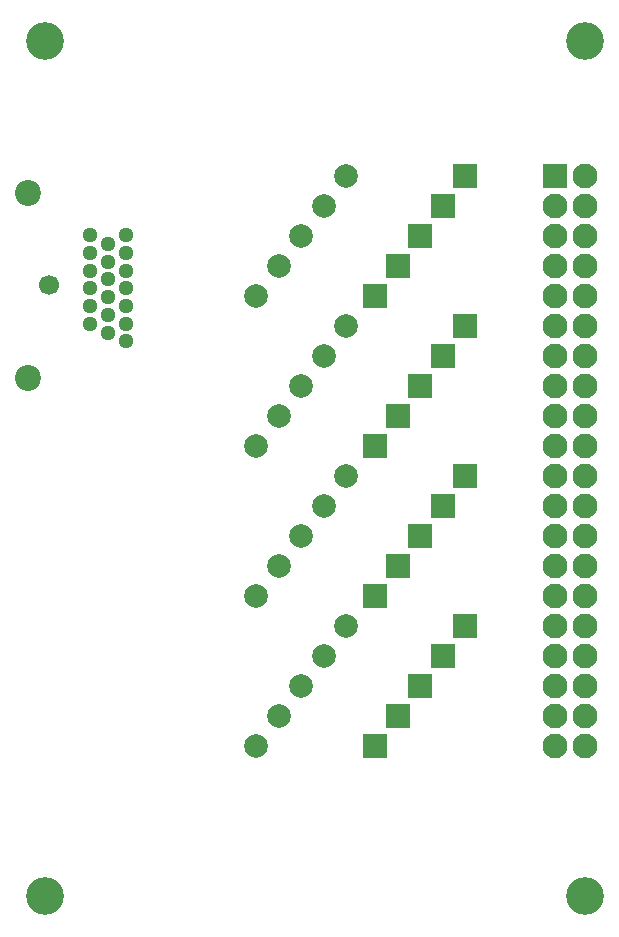
<source format=gbr>
From c3ca4f95bd59f69d45e582a4149327f57a360760 Mon Sep 17 00:00:00 2001
From: jaseg <git@jaseg.de>
Date: Sun, 30 Jan 2022 20:11:38 +0100
Subject: Rename gerbonara/gerber package to just gerbonara

---
 .../resources/diptrace/keyboard_BottomMask.gbr     | 173 ---------------------
 1 file changed, 173 deletions(-)
 delete mode 100644 gerbonara/gerber/tests/resources/diptrace/keyboard_BottomMask.gbr

(limited to 'gerbonara/gerber/tests/resources/diptrace/keyboard_BottomMask.gbr')

diff --git a/gerbonara/gerber/tests/resources/diptrace/keyboard_BottomMask.gbr b/gerbonara/gerber/tests/resources/diptrace/keyboard_BottomMask.gbr
deleted file mode 100644
index a2e49bf..0000000
--- a/gerbonara/gerber/tests/resources/diptrace/keyboard_BottomMask.gbr
+++ /dev/null
@@ -1,173 +0,0 @@
-G04 DipTrace 2.4.0.1*
-%INkeyboard_BottomMask.gbr*%
-%MOIN*%
-%ADD23C,0.0669*%
-%ADD24C,0.126*%
-%ADD28C,0.0787*%
-%ADD30R,0.0787X0.0787*%
-%ADD32R,0.0827X0.0827*%
-%ADD34C,0.0827*%
-%ADD36C,0.0866*%
-%ADD38C,0.0512*%
-%FSLAX44Y44*%
-G04*
-G70*
-G90*
-G75*
-G01*
-%LNBotMask*%
-%LPD*%
-D38*
-X6937Y25687D3*
-X8118D3*
-X6937Y25096D3*
-Y24506D3*
-X7528Y25392D3*
-Y24801D3*
-Y24211D3*
-X8118Y23915D3*
-Y24506D3*
-Y25096D3*
-Y26278D3*
-Y26868D3*
-Y27459D3*
-X6937D3*
-Y26868D3*
-Y26278D3*
-X7528Y25982D3*
-Y26573D3*
-Y27163D3*
-D36*
-X4850Y28876D3*
-Y22695D3*
-D23*
-X5559Y25785D3*
-D34*
-X22437Y10437D3*
-Y11437D3*
-Y12437D3*
-Y13437D3*
-Y14437D3*
-Y15437D3*
-Y16437D3*
-Y17437D3*
-Y18437D3*
-Y19437D3*
-Y20437D3*
-Y21437D3*
-Y22437D3*
-Y23437D3*
-Y24437D3*
-Y25437D3*
-Y26437D3*
-Y27437D3*
-Y28437D3*
-D32*
-Y29437D3*
-D34*
-X23437D3*
-Y28437D3*
-Y27437D3*
-Y26437D3*
-Y25437D3*
-Y24437D3*
-Y23437D3*
-Y22437D3*
-Y21437D3*
-Y20437D3*
-Y19437D3*
-Y18437D3*
-Y17437D3*
-Y16437D3*
-Y15437D3*
-Y14437D3*
-Y13437D3*
-Y12437D3*
-Y11437D3*
-Y10437D3*
-D30*
-X19437Y29437D3*
-D28*
-X15461D3*
-D30*
-X18687Y28437D3*
-D28*
-X14711D3*
-D30*
-X17937Y27437D3*
-D28*
-X13961D3*
-D30*
-X17187Y26437D3*
-D28*
-X13211D3*
-D30*
-X16437Y25437D3*
-D28*
-X12461D3*
-D30*
-X19437Y24437D3*
-D28*
-X15461D3*
-D30*
-X18687Y23437D3*
-D28*
-X14711D3*
-D30*
-X17937Y22437D3*
-D28*
-X13961D3*
-D30*
-X17187Y21437D3*
-D28*
-X13211D3*
-D30*
-X16437Y20437D3*
-D28*
-X12461D3*
-D30*
-X19437Y19437D3*
-D28*
-X15461D3*
-D30*
-X18687Y18437D3*
-D28*
-X14711D3*
-D30*
-X17937Y17437D3*
-D28*
-X13961D3*
-D30*
-X17187Y16437D3*
-D28*
-X13211D3*
-D30*
-X16437Y15437D3*
-D28*
-X12461D3*
-D30*
-X19437Y14437D3*
-D28*
-X15461D3*
-D30*
-X18687Y13437D3*
-D28*
-X14711D3*
-D30*
-X17937Y12437D3*
-D28*
-X13961D3*
-D30*
-X17187Y11437D3*
-D28*
-X13211D3*
-D30*
-X16437Y10437D3*
-D28*
-X12461D3*
-D24*
-X23437Y33937D3*
-X5437D3*
-X23437Y5437D3*
-X5437D3*
-M02*
-- 
cgit 


</source>
